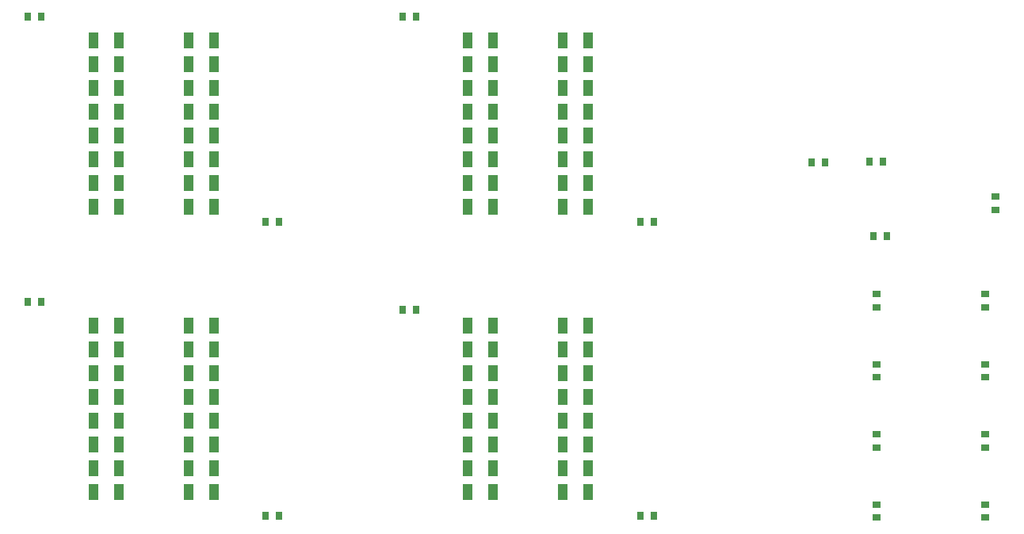
<source format=gbp>
%FSAX43Y43*%
%MOMM*%
G71*
G01*
G75*
G04 Layer_Color=128*
%ADD10R,1.016X2.540*%
%ADD11R,0.900X0.800*%
%ADD12R,1.000X1.300*%
%ADD13R,3.100X2.400*%
%ADD14R,0.450X2.200*%
%ADD15R,0.800X0.900*%
%ADD16R,0.800X0.350*%
%ADD17R,2.540X1.016*%
%ADD18R,3.810X2.794*%
%ADD19R,11.000X4.000*%
%ADD20C,0.889*%
%ADD21C,0.254*%
%ADD22C,0.381*%
%ADD23C,0.635*%
%ADD24C,1.016*%
%ADD25C,1.270*%
%ADD26R,1.265X3.340*%
%ADD27R,4.445X2.667*%
%ADD28R,0.782X1.737*%
%ADD29R,3.937X3.429*%
%ADD30R,5.207X4.826*%
%ADD31R,5.080X5.207*%
%ADD32R,5.461X5.334*%
%ADD33R,5.080X5.334*%
%ADD34R,1.270X4.953*%
%ADD35R,2.413X4.699*%
%ADD36R,7.620X3.048*%
%ADD37R,2.286X4.699*%
%ADD38R,3.810X0.762*%
%ADD39R,9.652X2.413*%
%ADD40R,1.524X1.397*%
%ADD41R,2.540X1.778*%
%ADD42R,0.635X0.762*%
%ADD43R,2.540X1.016*%
%ADD44R,1.397X29.972*%
%ADD45R,1.473X29.972*%
%ADD46R,1.575X1.397*%
%ADD47R,2.591X1.778*%
%ADD48R,10.287X1.651*%
%ADD49R,2.257X2.180*%
%ADD50R,2.032X2.159*%
%ADD51R,2.032X2.032*%
%ADD52R,2.024X2.159*%
%ADD53R,3.810X2.540*%
%ADD54R,3.302X2.159*%
%ADD55R,1.143X1.074*%
%ADD56R,1.001X1.074*%
%ADD57R,1.143X1.074*%
%ADD58R,1.016X1.016*%
%ADD59R,1.172X0.820*%
%ADD60C,0.508*%
%ADD61C,1.500*%
%ADD62R,1.500X1.500*%
%ADD63C,1.524*%
%ADD64C,1.778*%
%ADD65C,1.600*%
%ADD66C,2.000*%
%ADD67R,2.000X2.000*%
%ADD68C,4.000*%
%ADD69R,1.524X1.524*%
%ADD70R,1.500X1.500*%
%ADD71C,1.016*%
%ADD72R,1.100X1.700*%
%ADD73C,0.254*%
%ADD74C,0.762*%
%ADD75R,0.615X0.740*%
%ADD76R,3.802X0.994*%
%ADD77R,4.796X3.925*%
%ADD78R,5.461X5.207*%
%ADD79R,5.461X4.953*%
%ADD80R,2.540X2.667*%
%ADD81R,3.048X3.175*%
%ADD82R,5.461X5.842*%
%ADD83R,2.286X2.286*%
%ADD84R,1.898X2.032*%
%ADD85R,1.898X2.215*%
%ADD86R,1.898X2.041*%
%ADD87R,1.898X2.024*%
%ADD88R,3.556X2.286*%
%ADD89R,1.270X1.270*%
%ADD90R,1.397X1.397*%
%ADD91C,0.127*%
%ADD92C,0.250*%
%ADD93C,0.200*%
%ADD94C,0.100*%
%ADD95R,1.219X2.743*%
%ADD96R,1.103X1.003*%
%ADD97R,1.203X1.503*%
%ADD98R,3.303X2.603*%
%ADD99R,0.653X2.403*%
%ADD100R,1.003X1.103*%
%ADD101R,1.003X0.553*%
%ADD102R,2.743X1.219*%
%ADD103R,4.013X2.997*%
%ADD104R,11.203X4.203*%
%ADD105C,0.711*%
%ADD106C,1.703*%
%ADD107R,1.703X1.703*%
%ADD108C,1.727*%
%ADD109C,1.981*%
%ADD110C,1.803*%
%ADD111C,2.203*%
%ADD112R,2.203X2.203*%
%ADD113C,4.203*%
%ADD114R,1.703X1.703*%
%ADD115C,1.219*%
%ADD116R,1.303X1.903*%
D11*
X0142621Y0095185D02*
D03*
Y0096585D02*
D03*
X0141580Y0063692D02*
D03*
Y0062292D02*
D03*
Y0071185D02*
D03*
Y0069785D02*
D03*
Y0078678D02*
D03*
Y0077278D02*
D03*
Y0086171D02*
D03*
Y0084771D02*
D03*
X0129946Y0063692D02*
D03*
Y0062292D02*
D03*
Y0071185D02*
D03*
Y0069785D02*
D03*
Y0078678D02*
D03*
Y0077278D02*
D03*
Y0086171D02*
D03*
Y0084771D02*
D03*
D15*
X0122998Y0100203D02*
D03*
X0124398D02*
D03*
X0131002Y0092329D02*
D03*
X0129602D02*
D03*
X0130621Y0100330D02*
D03*
X0129221D02*
D03*
X0039305Y0085344D02*
D03*
X0040705D02*
D03*
X0079310Y0115824D02*
D03*
X0080710D02*
D03*
X0066105Y0093853D02*
D03*
X0064705D02*
D03*
X0039305Y0115824D02*
D03*
X0040705D02*
D03*
X0079310Y0084455D02*
D03*
X0080710D02*
D03*
X0066105Y0062484D02*
D03*
X0064705D02*
D03*
X0106110D02*
D03*
X0104710D02*
D03*
X0106110Y0093853D02*
D03*
X0104710D02*
D03*
D72*
X0086280Y0080264D02*
D03*
X0088980D02*
D03*
X0086280Y0075184D02*
D03*
X0088980D02*
D03*
X0046275Y0105664D02*
D03*
X0048975D02*
D03*
X0086280D02*
D03*
X0088980D02*
D03*
X0086280Y0070104D02*
D03*
X0088980D02*
D03*
X0046275Y0100584D02*
D03*
X0048975D02*
D03*
X0086280D02*
D03*
X0088980D02*
D03*
X0046275Y0098044D02*
D03*
X0048975D02*
D03*
X0086280Y0095504D02*
D03*
X0088980D02*
D03*
X0099140Y0098044D02*
D03*
X0096440D02*
D03*
X0059135D02*
D03*
X0056435D02*
D03*
X0059135Y0113284D02*
D03*
X0056435D02*
D03*
X0099140Y0082804D02*
D03*
X0096440D02*
D03*
X0059135Y0103124D02*
D03*
X0056435D02*
D03*
X0099140Y0072644D02*
D03*
X0096440D02*
D03*
X0099140Y0113284D02*
D03*
X0096440D02*
D03*
X0099140Y0103124D02*
D03*
X0096440D02*
D03*
X0099140Y0077724D02*
D03*
X0096440D02*
D03*
X0059135Y0108204D02*
D03*
X0056435D02*
D03*
X0099140D02*
D03*
X0096440D02*
D03*
X0086280Y0110744D02*
D03*
X0088980D02*
D03*
X0046275D02*
D03*
X0048975D02*
D03*
X0099140Y0067564D02*
D03*
X0096440D02*
D03*
X0059135Y0082804D02*
D03*
X0056435D02*
D03*
X0059135Y0077724D02*
D03*
X0056435D02*
D03*
X0059135Y0067564D02*
D03*
X0056435D02*
D03*
X0046275Y0065024D02*
D03*
X0048975D02*
D03*
X0046275Y0070104D02*
D03*
X0048975D02*
D03*
X0059135Y0072644D02*
D03*
X0056435D02*
D03*
X0046275Y0075184D02*
D03*
X0048975D02*
D03*
X0046275Y0080264D02*
D03*
X0048975D02*
D03*
X0086280Y0065024D02*
D03*
X0088980D02*
D03*
X0059135Y0080264D02*
D03*
X0056435D02*
D03*
X0059135Y0075184D02*
D03*
X0056435D02*
D03*
X0059135Y0070104D02*
D03*
X0056435D02*
D03*
X0059135Y0065024D02*
D03*
X0056435D02*
D03*
X0046275Y0067564D02*
D03*
X0048975D02*
D03*
X0046275Y0072644D02*
D03*
X0048975D02*
D03*
X0046275Y0077724D02*
D03*
X0048975D02*
D03*
X0046275Y0082804D02*
D03*
X0048975D02*
D03*
X0086280D02*
D03*
X0088980D02*
D03*
X0086280Y0077724D02*
D03*
X0088980D02*
D03*
X0086280Y0072644D02*
D03*
X0088980D02*
D03*
X0086280Y0067564D02*
D03*
X0088980D02*
D03*
X0099140Y0065024D02*
D03*
X0096440D02*
D03*
X0099140Y0070104D02*
D03*
X0096440D02*
D03*
X0099140Y0075184D02*
D03*
X0096440D02*
D03*
X0099140Y0080264D02*
D03*
X0096440D02*
D03*
X0059135Y0110744D02*
D03*
X0056435D02*
D03*
X0059135Y0105664D02*
D03*
X0056435D02*
D03*
X0059135Y0100584D02*
D03*
X0056435D02*
D03*
X0059135Y0095504D02*
D03*
X0056435D02*
D03*
X0046275Y0113284D02*
D03*
X0048975D02*
D03*
X0046275Y0108204D02*
D03*
X0048975D02*
D03*
X0046275Y0095504D02*
D03*
X0048975D02*
D03*
X0046275Y0103124D02*
D03*
X0048975D02*
D03*
X0086280Y0113284D02*
D03*
X0088980D02*
D03*
X0086280Y0108204D02*
D03*
X0088980D02*
D03*
X0086280Y0103124D02*
D03*
X0088980D02*
D03*
X0086280Y0098044D02*
D03*
X0088980D02*
D03*
X0099140Y0095504D02*
D03*
X0096440D02*
D03*
X0099140Y0100584D02*
D03*
X0096440D02*
D03*
X0099140Y0105664D02*
D03*
X0096440D02*
D03*
X0099140Y0110744D02*
D03*
X0096440D02*
D03*
M02*

</source>
